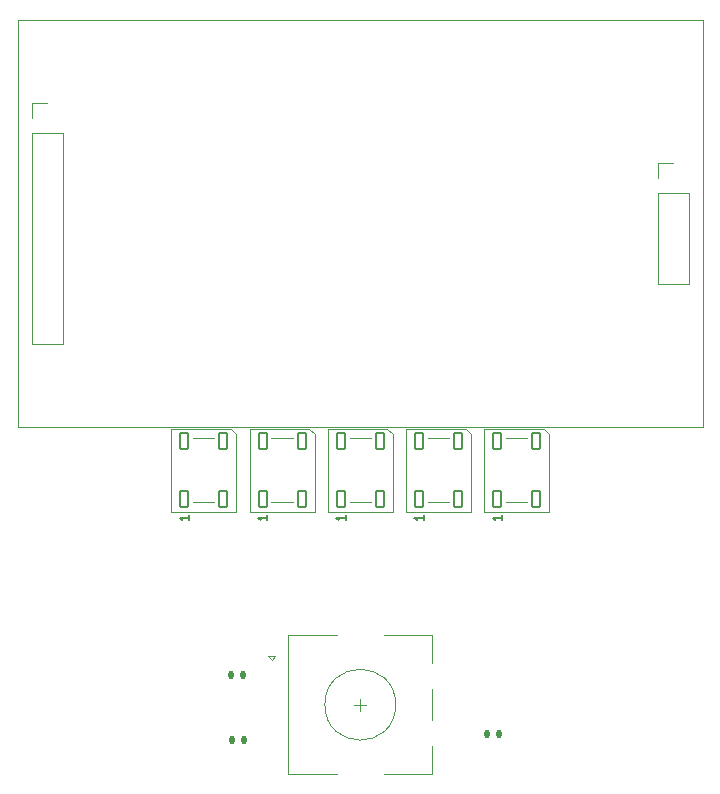
<source format=gbr>
%TF.GenerationSoftware,KiCad,Pcbnew,8.0.7-8.0.7-0~ubuntu22.04.1*%
%TF.CreationDate,2024-12-14T21:10:45+08:00*%
%TF.ProjectId,SmartClock,536d6172-7443-46c6-9f63-6b2e6b696361,rev?*%
%TF.SameCoordinates,Original*%
%TF.FileFunction,Legend,Top*%
%TF.FilePolarity,Positive*%
%FSLAX46Y46*%
G04 Gerber Fmt 4.6, Leading zero omitted, Abs format (unit mm)*
G04 Created by KiCad (PCBNEW 8.0.7-8.0.7-0~ubuntu22.04.1) date 2024-12-14 21:10:45*
%MOMM*%
%LPD*%
G01*
G04 APERTURE LIST*
G04 Aperture macros list*
%AMRoundRect*
0 Rectangle with rounded corners*
0 $1 Rounding radius*
0 $2 $3 $4 $5 $6 $7 $8 $9 X,Y pos of 4 corners*
0 Add a 4 corners polygon primitive as box body*
4,1,4,$2,$3,$4,$5,$6,$7,$8,$9,$2,$3,0*
0 Add four circle primitives for the rounded corners*
1,1,$1+$1,$2,$3*
1,1,$1+$1,$4,$5*
1,1,$1+$1,$6,$7*
1,1,$1+$1,$8,$9*
0 Add four rect primitives between the rounded corners*
20,1,$1+$1,$2,$3,$4,$5,0*
20,1,$1+$1,$4,$5,$6,$7,0*
20,1,$1+$1,$6,$7,$8,$9,0*
20,1,$1+$1,$8,$9,$2,$3,0*%
G04 Aperture macros list end*
%ADD10C,0.150000*%
%ADD11C,0.120000*%
%ADD12C,0.100000*%
%ADD13RoundRect,0.090000X0.360000X-0.660000X0.360000X0.660000X-0.360000X0.660000X-0.360000X-0.660000X0*%
%ADD14C,3.200000*%
%ADD15R,1.700000X1.700000*%
%ADD16O,1.700000X1.700000*%
%ADD17R,2.000000X2.000000*%
%ADD18C,2.000000*%
%ADD19R,3.200000X2.000000*%
%ADD20RoundRect,0.135000X0.135000X0.185000X-0.135000X0.185000X-0.135000X-0.185000X0.135000X-0.185000X0*%
%ADD21RoundRect,0.135000X-0.135000X-0.185000X0.135000X-0.185000X0.135000X0.185000X-0.135000X0.185000X0*%
%ADD22O,1.600000X2.000000*%
G04 APERTURE END LIST*
D10*
X141507295Y-94931428D02*
X141507295Y-95388571D01*
X141507295Y-95159999D02*
X140707295Y-95159999D01*
X140707295Y-95159999D02*
X140821580Y-95236190D01*
X140821580Y-95236190D02*
X140897771Y-95312380D01*
X140897771Y-95312380D02*
X140935866Y-95388571D01*
X154747295Y-94931428D02*
X154747295Y-95388571D01*
X154747295Y-95159999D02*
X153947295Y-95159999D01*
X153947295Y-95159999D02*
X154061580Y-95236190D01*
X154061580Y-95236190D02*
X154137771Y-95312380D01*
X154137771Y-95312380D02*
X154175866Y-95388571D01*
X134887295Y-94931428D02*
X134887295Y-95388571D01*
X134887295Y-95159999D02*
X134087295Y-95159999D01*
X134087295Y-95159999D02*
X134201580Y-95236190D01*
X134201580Y-95236190D02*
X134277771Y-95312380D01*
X134277771Y-95312380D02*
X134315866Y-95388571D01*
X128267295Y-94931428D02*
X128267295Y-95388571D01*
X128267295Y-95159999D02*
X127467295Y-95159999D01*
X127467295Y-95159999D02*
X127581580Y-95236190D01*
X127581580Y-95236190D02*
X127657771Y-95312380D01*
X127657771Y-95312380D02*
X127695866Y-95388571D01*
X148127295Y-94931428D02*
X148127295Y-95388571D01*
X148127295Y-95159999D02*
X147327295Y-95159999D01*
X147327295Y-95159999D02*
X147441580Y-95236190D01*
X147441580Y-95236190D02*
X147517771Y-95312380D01*
X147517771Y-95312380D02*
X147555866Y-95388571D01*
D11*
%TO.C,D3*%
X139995000Y-94660000D02*
X139995000Y-87660000D01*
X139995000Y-94660000D02*
X145495000Y-94660000D01*
X143645000Y-88460000D02*
X141845000Y-88460000D01*
X143645000Y-93860000D02*
X141845000Y-93860000D01*
X145045000Y-87660000D02*
X139995000Y-87660000D01*
X145495000Y-88110000D02*
X145045000Y-87660000D01*
X145495000Y-94660000D02*
X145495000Y-88110000D01*
%TO.C,U1*%
X114920000Y-60030000D02*
X116250000Y-60030000D01*
X114920000Y-61360000D02*
X114920000Y-60030000D01*
X114920000Y-62630000D02*
X114920000Y-80470000D01*
X114920000Y-62630000D02*
X117580000Y-62630000D01*
X114920000Y-80470000D02*
X117580000Y-80470000D01*
X117580000Y-62630000D02*
X117580000Y-80470000D01*
X167920000Y-65110000D02*
X169250000Y-65110000D01*
X167920000Y-66440000D02*
X167920000Y-65110000D01*
X167920000Y-67710000D02*
X167920000Y-75390000D01*
X167920000Y-67710000D02*
X170580000Y-67710000D01*
X167920000Y-75390000D02*
X170580000Y-75390000D01*
X170580000Y-67710000D02*
X170580000Y-75390000D01*
D12*
X113750000Y-53000000D02*
X171750000Y-53000000D01*
X171750000Y-87500000D01*
X113750000Y-87500000D01*
X113750000Y-53000000D01*
D11*
%TO.C,D5*%
X153235000Y-94660000D02*
X153235000Y-87660000D01*
X153235000Y-94660000D02*
X158735000Y-94660000D01*
X156885000Y-88460000D02*
X155085000Y-88460000D01*
X156885000Y-93860000D02*
X155085000Y-93860000D01*
X158285000Y-87660000D02*
X153235000Y-87660000D01*
X158735000Y-88110000D02*
X158285000Y-87660000D01*
X158735000Y-94660000D02*
X158735000Y-88110000D01*
%TO.C,SW1*%
X134950000Y-106900000D02*
X135550000Y-106900000D01*
X135250000Y-107200000D02*
X134950000Y-106900000D01*
X135550000Y-106900000D02*
X135250000Y-107200000D01*
X136650000Y-105100000D02*
X136650000Y-116900000D01*
X140750000Y-105100000D02*
X136650000Y-105100000D01*
X140750000Y-116900000D02*
X136650000Y-116900000D01*
X142250000Y-111000000D02*
X143250000Y-111000000D01*
X142750000Y-110500000D02*
X142750000Y-111500000D01*
X144750000Y-105100000D02*
X148850000Y-105100000D01*
X148850000Y-105100000D02*
X148850000Y-107500000D01*
X148850000Y-109700000D02*
X148850000Y-112300000D01*
X148850000Y-114500000D02*
X148850000Y-116900000D01*
X148850000Y-116900000D02*
X144750000Y-116900000D01*
X145750000Y-111000000D02*
G75*
G02*
X139750000Y-111000000I-3000000J0D01*
G01*
X139750000Y-111000000D02*
G75*
G02*
X145750000Y-111000000I3000000J0D01*
G01*
%TO.C,D2*%
X133375000Y-94660000D02*
X133375000Y-87660000D01*
X133375000Y-94660000D02*
X138875000Y-94660000D01*
X137025000Y-88460000D02*
X135225000Y-88460000D01*
X137025000Y-93860000D02*
X135225000Y-93860000D01*
X138425000Y-87660000D02*
X133375000Y-87660000D01*
X138875000Y-88110000D02*
X138425000Y-87660000D01*
X138875000Y-94660000D02*
X138875000Y-88110000D01*
%TO.C,D1*%
X126755000Y-94660000D02*
X126755000Y-87660000D01*
X126755000Y-94660000D02*
X132255000Y-94660000D01*
X130405000Y-88460000D02*
X128605000Y-88460000D01*
X130405000Y-93860000D02*
X128605000Y-93860000D01*
X131805000Y-87660000D02*
X126755000Y-87660000D01*
X132255000Y-88110000D02*
X131805000Y-87660000D01*
X132255000Y-94660000D02*
X132255000Y-88110000D01*
%TO.C,D4*%
X146615000Y-94660000D02*
X146615000Y-87660000D01*
X146615000Y-94660000D02*
X152115000Y-94660000D01*
X150265000Y-88460000D02*
X148465000Y-88460000D01*
X150265000Y-93860000D02*
X148465000Y-93860000D01*
X151665000Y-87660000D02*
X146615000Y-87660000D01*
X152115000Y-88110000D02*
X151665000Y-87660000D01*
X152115000Y-94660000D02*
X152115000Y-88110000D01*
%TD*%
%LPC*%
D13*
%TO.C,D3*%
X141095000Y-93610000D03*
X144395000Y-93610000D03*
X144395000Y-88710000D03*
X141095000Y-88710000D03*
%TD*%
D14*
%TO.C,U1*%
X116750000Y-56000000D03*
X116750000Y-84500000D03*
X168750000Y-56000000D03*
X168750000Y-84500000D03*
D15*
X116250000Y-61360000D03*
D16*
X116250000Y-63900000D03*
X116250000Y-66440000D03*
X116250000Y-68980000D03*
X116250000Y-71520000D03*
X116250000Y-74060000D03*
X116250000Y-76600000D03*
X116250000Y-79140000D03*
D15*
X169250000Y-66440000D03*
D16*
X169250000Y-68980000D03*
X169250000Y-71520000D03*
X169250000Y-74060000D03*
%TD*%
D13*
%TO.C,D5*%
X154335000Y-93610000D03*
X157635000Y-93610000D03*
X157635000Y-88710000D03*
X154335000Y-88710000D03*
%TD*%
D17*
%TO.C,SW1*%
X135250000Y-108500000D03*
D18*
X135250000Y-113500000D03*
X135250000Y-111000000D03*
D19*
X142750000Y-105400000D03*
X142750000Y-116600000D03*
D18*
X149750000Y-113500000D03*
X149750000Y-108500000D03*
%TD*%
D13*
%TO.C,D2*%
X134475000Y-93610000D03*
X137775000Y-93610000D03*
X137775000Y-88710000D03*
X134475000Y-88710000D03*
%TD*%
D20*
%TO.C,R4*%
X154510000Y-113490000D03*
X153490000Y-113490000D03*
%TD*%
D21*
%TO.C,R2*%
X131830000Y-108500000D03*
X132850000Y-108500000D03*
%TD*%
D13*
%TO.C,D1*%
X127855000Y-93610000D03*
X131155000Y-93610000D03*
X131155000Y-88710000D03*
X127855000Y-88710000D03*
%TD*%
D21*
%TO.C,R3*%
X131880000Y-113950000D03*
X132900000Y-113950000D03*
%TD*%
D13*
%TO.C,D4*%
X147715000Y-93610000D03*
X151015000Y-93610000D03*
X151015000Y-88710000D03*
X147715000Y-88710000D03*
%TD*%
D21*
%TO.C,R1*%
X110240000Y-79000000D03*
X111260000Y-79000000D03*
%TD*%
D15*
%TO.C,J1*%
X188700000Y-117650000D03*
D16*
X188700000Y-120190000D03*
X188700000Y-122730000D03*
%TD*%
D17*
%TO.C,U2*%
X121280000Y-122850000D03*
D22*
X118740000Y-122850000D03*
X116200000Y-122850000D03*
X113660000Y-122850000D03*
X111120000Y-122850000D03*
X108580000Y-122850000D03*
X106040000Y-122850000D03*
X103500000Y-122850000D03*
X103500000Y-99990000D03*
X106040000Y-99990000D03*
X108580000Y-99990000D03*
X111120000Y-99990000D03*
X113660000Y-99990000D03*
X116200000Y-99990000D03*
X118740000Y-99990000D03*
X121280000Y-99990000D03*
%TD*%
%LPD*%
M02*

</source>
